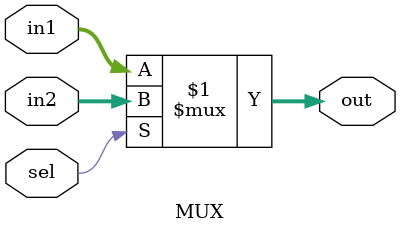
<source format=v>
`timescale 1ns / 1ps


module MUX(
    input [31:0] in1,
    input [31:0] in2,
    output [31:0] out,
    input sel
    );
    assign out=sel?in2:in1;
endmodule

</source>
